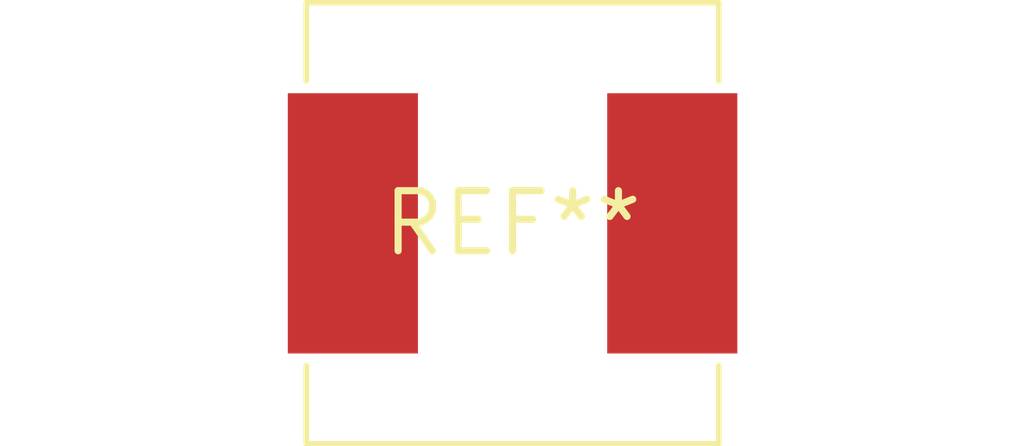
<source format=kicad_pcb>
(kicad_pcb (version 20240108) (generator pcbnew)
  (layers (0 "F.Cu" signal) (31 "B.Cu" signal) (34 "B.Paste" user) (35 "F.Paste" user) (36 "B.SilkS" user "B.Silkscreen") (37 "F.SilkS" user "F.Silkscreen") (38 "B.Mask" user) (39 "F.Mask" user) (44 "Edge.Cuts" user))
  (net 0 "")
  (footprint "L_Sunlord_MWSA0804S" (layer "F.Cu") (at 0 0)
    (property "Reference" "REF**")
    (property "Value" "L_Sunlord_MWSA0804S")
    (fp_line (start -4.36 -4.66) (end -4.36 -3.01) (layer "F.SilkS") (stroke (width 0.12)))
    (fp_line (start -4.36 -4.66) (end 4.36 -4.66) (layer "F.SilkS") (stroke (width 0.12)))
    (fp_line (start -4.36 4.66) (end -4.36 3.01) (layer "F.SilkS") (stroke (width 0.12)))
    (fp_line (start -4.36 4.66) (end 4.36 4.66) (layer "F.SilkS") (stroke (width 0.12)))
    (fp_line (start 4.36 -4.66) (end 4.36 -3.01) (layer "F.SilkS") (stroke (width 0.12)))
    (fp_line (start 4.36 4.66) (end 4.36 3.01) (layer "F.SilkS") (stroke (width 0.12)))
    (pad "1" smd rect (at -3.375 0) (size 2.75 5.5) (layers "F.Cu" "F.Paste" "F.Mask"))
    (pad "2" smd rect (at 3.375 0) (size 2.75 5.5) (layers "F.Cu" "F.Paste" "F.Mask"))
  )
)
</source>
